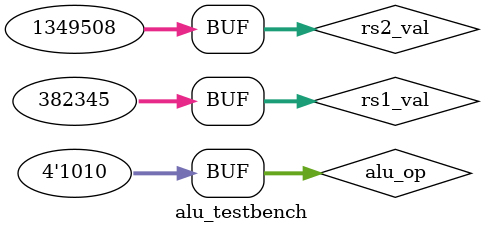
<source format=sv>
/*

Testbench code for the alu module

*/

module alu_testbench();
    logic [31:0] rs1_val, rs2_val, rd_val;
    logic [3:0] alu_op;

    alu dut(.rs1_val, .rs2_val, .alu_op, .rd_val);

    initial begin
        $dumpfile("testbench_vcd/alu_testbench.vcd");
        $dumpvars(0, alu_testbench);
        // Test ADD
        rs1_val = 4; rs2_val = 2; alu_op = 0; #10;
        // Test SUB
        rs1_val = 4; rs2_val = 2; alu_op = 1; #10;
        // Test SLL
        rs1_val = 32'b10101010101010101010101010101010; rs2_val = 4; alu_op = 2; #10;
        // Test SLT
        rs1_val = 54; rs2_val = 34; alu_op = 3; #10;
        rs1_val = 34; rs2_val = 54; alu_op = 3; #10;
        rs1_val = -2147483648; rs2_val = 1; alu_op = 3; #10;
        // Test SLTU
        rs1_val = 54; rs2_val = 34; alu_op = 4; #10;
        rs1_val = 34; rs2_val = 54; alu_op = 4; #10;
        rs1_val = 2147483648; rs2_val = 1; alu_op = 4; #10;
        // Test XOR
        rs1_val = 382345; rs2_val = 1349508; alu_op = 5; #10;
        // Test SRL
        rs1_val = 32'b10101010101010101010101010101010; rs2_val = 4; alu_op = 6; #10;
        // Test SRA
        rs1_val = 32'b10101010101010101010101010101010; rs2_val = 4; alu_op = 7; #10;
        // Test OR
        rs1_val = 382345; rs2_val = 1349508; alu_op = 8; #10;
        // Test AND
        rs1_val = 382345; rs2_val = 1349508; alu_op = 9; #10;
        // Test Default
        rs1_val = 382345; rs2_val = 1349508; alu_op = 10; #10;
    end
endmodule
</source>
